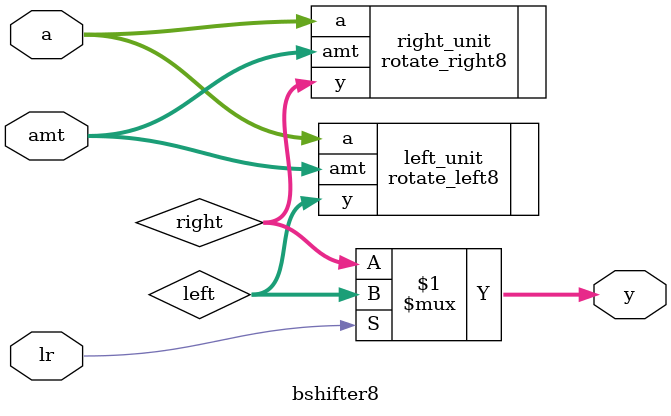
<source format=v>
`timescale 1ns / 1ps

module bshifter8(
    input [7:0] a,
    input [2:0] amt,
    input lr,
    output [7:0] y
    );

	wire [7:0] left, right;

	rotate_left8 left_unit(.a(a), .amt(amt), .y(left));
	rotate_right8 right_unit(.a(a), .amt(amt), .y(right));

	// 2-to-1 multiplexer
	assign y = lr ? left : right;

endmodule

</source>
